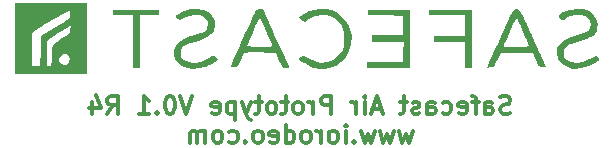
<source format=gbo>
G04 (created by PCBNEW (2013-jul-07)-stable) date Sun 08 May 2016 08:08:29 PM PDT*
%MOIN*%
G04 Gerber Fmt 3.4, Leading zero omitted, Abs format*
%FSLAX34Y34*%
G01*
G70*
G90*
G04 APERTURE LIST*
%ADD10C,0.00590551*%
%ADD11C,0.012*%
%ADD12C,0.0001*%
G04 APERTURE END LIST*
G54D10*
G54D11*
X43716Y-22127D02*
X43630Y-22156D01*
X43487Y-22156D01*
X43430Y-22127D01*
X43402Y-22099D01*
X43373Y-22041D01*
X43373Y-21984D01*
X43402Y-21927D01*
X43430Y-21899D01*
X43487Y-21870D01*
X43602Y-21841D01*
X43659Y-21813D01*
X43687Y-21784D01*
X43716Y-21727D01*
X43716Y-21670D01*
X43687Y-21613D01*
X43659Y-21584D01*
X43602Y-21556D01*
X43459Y-21556D01*
X43373Y-21584D01*
X42859Y-22156D02*
X42859Y-21841D01*
X42887Y-21784D01*
X42945Y-21756D01*
X43059Y-21756D01*
X43116Y-21784D01*
X42859Y-22127D02*
X42916Y-22156D01*
X43059Y-22156D01*
X43116Y-22127D01*
X43145Y-22070D01*
X43145Y-22013D01*
X43116Y-21956D01*
X43059Y-21927D01*
X42916Y-21927D01*
X42859Y-21899D01*
X42659Y-21756D02*
X42430Y-21756D01*
X42573Y-22156D02*
X42573Y-21641D01*
X42545Y-21584D01*
X42487Y-21556D01*
X42430Y-21556D01*
X42002Y-22127D02*
X42059Y-22156D01*
X42173Y-22156D01*
X42230Y-22127D01*
X42259Y-22070D01*
X42259Y-21841D01*
X42230Y-21784D01*
X42173Y-21756D01*
X42059Y-21756D01*
X42002Y-21784D01*
X41973Y-21841D01*
X41973Y-21899D01*
X42259Y-21956D01*
X41459Y-22127D02*
X41516Y-22156D01*
X41630Y-22156D01*
X41687Y-22127D01*
X41716Y-22099D01*
X41745Y-22041D01*
X41745Y-21870D01*
X41716Y-21813D01*
X41687Y-21784D01*
X41630Y-21756D01*
X41516Y-21756D01*
X41459Y-21784D01*
X40945Y-22156D02*
X40945Y-21841D01*
X40973Y-21784D01*
X41030Y-21756D01*
X41145Y-21756D01*
X41202Y-21784D01*
X40945Y-22127D02*
X41002Y-22156D01*
X41145Y-22156D01*
X41202Y-22127D01*
X41230Y-22070D01*
X41230Y-22013D01*
X41202Y-21956D01*
X41145Y-21927D01*
X41002Y-21927D01*
X40945Y-21899D01*
X40687Y-22127D02*
X40630Y-22156D01*
X40516Y-22156D01*
X40459Y-22127D01*
X40430Y-22070D01*
X40430Y-22041D01*
X40459Y-21984D01*
X40516Y-21956D01*
X40602Y-21956D01*
X40659Y-21927D01*
X40687Y-21870D01*
X40687Y-21841D01*
X40659Y-21784D01*
X40602Y-21756D01*
X40516Y-21756D01*
X40459Y-21784D01*
X40259Y-21756D02*
X40030Y-21756D01*
X40173Y-21556D02*
X40173Y-22070D01*
X40145Y-22127D01*
X40087Y-22156D01*
X40030Y-22156D01*
X39402Y-21984D02*
X39116Y-21984D01*
X39459Y-22156D02*
X39259Y-21556D01*
X39059Y-22156D01*
X38859Y-22156D02*
X38859Y-21756D01*
X38859Y-21556D02*
X38887Y-21584D01*
X38859Y-21613D01*
X38830Y-21584D01*
X38859Y-21556D01*
X38859Y-21613D01*
X38573Y-22156D02*
X38573Y-21756D01*
X38573Y-21870D02*
X38545Y-21813D01*
X38516Y-21784D01*
X38459Y-21756D01*
X38402Y-21756D01*
X37745Y-22156D02*
X37745Y-21556D01*
X37516Y-21556D01*
X37459Y-21584D01*
X37430Y-21613D01*
X37402Y-21670D01*
X37402Y-21756D01*
X37430Y-21813D01*
X37459Y-21841D01*
X37516Y-21870D01*
X37745Y-21870D01*
X37145Y-22156D02*
X37145Y-21756D01*
X37145Y-21870D02*
X37116Y-21813D01*
X37087Y-21784D01*
X37030Y-21756D01*
X36973Y-21756D01*
X36687Y-22156D02*
X36745Y-22127D01*
X36773Y-22099D01*
X36802Y-22041D01*
X36802Y-21870D01*
X36773Y-21813D01*
X36745Y-21784D01*
X36687Y-21756D01*
X36602Y-21756D01*
X36545Y-21784D01*
X36516Y-21813D01*
X36487Y-21870D01*
X36487Y-22041D01*
X36516Y-22099D01*
X36545Y-22127D01*
X36602Y-22156D01*
X36687Y-22156D01*
X36316Y-21756D02*
X36087Y-21756D01*
X36230Y-21556D02*
X36230Y-22070D01*
X36202Y-22127D01*
X36145Y-22156D01*
X36087Y-22156D01*
X35802Y-22156D02*
X35859Y-22127D01*
X35887Y-22099D01*
X35916Y-22041D01*
X35916Y-21870D01*
X35887Y-21813D01*
X35859Y-21784D01*
X35802Y-21756D01*
X35716Y-21756D01*
X35659Y-21784D01*
X35630Y-21813D01*
X35602Y-21870D01*
X35602Y-22041D01*
X35630Y-22099D01*
X35659Y-22127D01*
X35716Y-22156D01*
X35802Y-22156D01*
X35430Y-21756D02*
X35202Y-21756D01*
X35345Y-21556D02*
X35345Y-22070D01*
X35316Y-22127D01*
X35259Y-22156D01*
X35202Y-22156D01*
X35059Y-21756D02*
X34916Y-22156D01*
X34773Y-21756D02*
X34916Y-22156D01*
X34973Y-22299D01*
X35002Y-22327D01*
X35059Y-22356D01*
X34545Y-21756D02*
X34545Y-22356D01*
X34545Y-21784D02*
X34487Y-21756D01*
X34373Y-21756D01*
X34316Y-21784D01*
X34287Y-21813D01*
X34259Y-21870D01*
X34259Y-22041D01*
X34287Y-22099D01*
X34316Y-22127D01*
X34373Y-22156D01*
X34487Y-22156D01*
X34545Y-22127D01*
X33773Y-22127D02*
X33830Y-22156D01*
X33945Y-22156D01*
X34002Y-22127D01*
X34030Y-22070D01*
X34030Y-21841D01*
X34002Y-21784D01*
X33945Y-21756D01*
X33830Y-21756D01*
X33773Y-21784D01*
X33745Y-21841D01*
X33745Y-21899D01*
X34030Y-21956D01*
X33116Y-21556D02*
X32916Y-22156D01*
X32716Y-21556D01*
X32402Y-21556D02*
X32345Y-21556D01*
X32287Y-21584D01*
X32259Y-21613D01*
X32230Y-21670D01*
X32202Y-21784D01*
X32202Y-21927D01*
X32230Y-22041D01*
X32259Y-22099D01*
X32287Y-22127D01*
X32345Y-22156D01*
X32402Y-22156D01*
X32459Y-22127D01*
X32487Y-22099D01*
X32516Y-22041D01*
X32545Y-21927D01*
X32545Y-21784D01*
X32516Y-21670D01*
X32487Y-21613D01*
X32459Y-21584D01*
X32402Y-21556D01*
X31945Y-22099D02*
X31916Y-22127D01*
X31945Y-22156D01*
X31973Y-22127D01*
X31945Y-22099D01*
X31945Y-22156D01*
X31345Y-22156D02*
X31687Y-22156D01*
X31516Y-22156D02*
X31516Y-21556D01*
X31573Y-21641D01*
X31630Y-21699D01*
X31687Y-21727D01*
X30287Y-22156D02*
X30487Y-21870D01*
X30630Y-22156D02*
X30630Y-21556D01*
X30402Y-21556D01*
X30345Y-21584D01*
X30316Y-21613D01*
X30287Y-21670D01*
X30287Y-21756D01*
X30316Y-21813D01*
X30345Y-21841D01*
X30402Y-21870D01*
X30630Y-21870D01*
X29773Y-21756D02*
X29773Y-22156D01*
X29916Y-21527D02*
X30059Y-21956D01*
X29687Y-21956D01*
X40459Y-22716D02*
X40345Y-23116D01*
X40230Y-22830D01*
X40116Y-23116D01*
X40002Y-22716D01*
X39830Y-22716D02*
X39716Y-23116D01*
X39602Y-22830D01*
X39487Y-23116D01*
X39373Y-22716D01*
X39202Y-22716D02*
X39087Y-23116D01*
X38973Y-22830D01*
X38859Y-23116D01*
X38745Y-22716D01*
X38516Y-23059D02*
X38487Y-23087D01*
X38516Y-23116D01*
X38545Y-23087D01*
X38516Y-23059D01*
X38516Y-23116D01*
X38230Y-23116D02*
X38230Y-22716D01*
X38230Y-22516D02*
X38259Y-22544D01*
X38230Y-22573D01*
X38202Y-22544D01*
X38230Y-22516D01*
X38230Y-22573D01*
X37859Y-23116D02*
X37916Y-23087D01*
X37945Y-23059D01*
X37973Y-23001D01*
X37973Y-22830D01*
X37945Y-22773D01*
X37916Y-22744D01*
X37859Y-22716D01*
X37773Y-22716D01*
X37716Y-22744D01*
X37687Y-22773D01*
X37659Y-22830D01*
X37659Y-23001D01*
X37687Y-23059D01*
X37716Y-23087D01*
X37773Y-23116D01*
X37859Y-23116D01*
X37402Y-23116D02*
X37402Y-22716D01*
X37402Y-22830D02*
X37373Y-22773D01*
X37345Y-22744D01*
X37287Y-22716D01*
X37230Y-22716D01*
X36945Y-23116D02*
X37002Y-23087D01*
X37030Y-23059D01*
X37059Y-23001D01*
X37059Y-22830D01*
X37030Y-22773D01*
X37002Y-22744D01*
X36945Y-22716D01*
X36859Y-22716D01*
X36802Y-22744D01*
X36773Y-22773D01*
X36745Y-22830D01*
X36745Y-23001D01*
X36773Y-23059D01*
X36802Y-23087D01*
X36859Y-23116D01*
X36945Y-23116D01*
X36230Y-23116D02*
X36230Y-22516D01*
X36230Y-23087D02*
X36287Y-23116D01*
X36402Y-23116D01*
X36459Y-23087D01*
X36487Y-23059D01*
X36516Y-23001D01*
X36516Y-22830D01*
X36487Y-22773D01*
X36459Y-22744D01*
X36402Y-22716D01*
X36287Y-22716D01*
X36230Y-22744D01*
X35716Y-23087D02*
X35773Y-23116D01*
X35887Y-23116D01*
X35945Y-23087D01*
X35973Y-23030D01*
X35973Y-22801D01*
X35945Y-22744D01*
X35887Y-22716D01*
X35773Y-22716D01*
X35716Y-22744D01*
X35687Y-22801D01*
X35687Y-22859D01*
X35973Y-22916D01*
X35345Y-23116D02*
X35402Y-23087D01*
X35430Y-23059D01*
X35459Y-23001D01*
X35459Y-22830D01*
X35430Y-22773D01*
X35402Y-22744D01*
X35345Y-22716D01*
X35259Y-22716D01*
X35202Y-22744D01*
X35173Y-22773D01*
X35145Y-22830D01*
X35145Y-23001D01*
X35173Y-23059D01*
X35202Y-23087D01*
X35259Y-23116D01*
X35345Y-23116D01*
X34887Y-23059D02*
X34859Y-23087D01*
X34887Y-23116D01*
X34916Y-23087D01*
X34887Y-23059D01*
X34887Y-23116D01*
X34345Y-23087D02*
X34402Y-23116D01*
X34516Y-23116D01*
X34573Y-23087D01*
X34602Y-23059D01*
X34630Y-23001D01*
X34630Y-22830D01*
X34602Y-22773D01*
X34573Y-22744D01*
X34516Y-22716D01*
X34402Y-22716D01*
X34345Y-22744D01*
X34002Y-23116D02*
X34059Y-23087D01*
X34087Y-23059D01*
X34116Y-23001D01*
X34116Y-22830D01*
X34087Y-22773D01*
X34059Y-22744D01*
X34002Y-22716D01*
X33916Y-22716D01*
X33859Y-22744D01*
X33830Y-22773D01*
X33802Y-22830D01*
X33802Y-23001D01*
X33830Y-23059D01*
X33859Y-23087D01*
X33916Y-23116D01*
X34002Y-23116D01*
X33545Y-23116D02*
X33545Y-22716D01*
X33545Y-22773D02*
X33516Y-22744D01*
X33459Y-22716D01*
X33373Y-22716D01*
X33316Y-22744D01*
X33287Y-22801D01*
X33287Y-23116D01*
X33287Y-22801D02*
X33259Y-22744D01*
X33202Y-22716D01*
X33116Y-22716D01*
X33059Y-22744D01*
X33030Y-22801D01*
X33030Y-23116D01*
G54D12*
G36*
X29593Y-20835D02*
X29063Y-20835D01*
X29063Y-19237D01*
X29054Y-19241D01*
X29054Y-18754D01*
X29045Y-18705D01*
X29040Y-18701D01*
X29004Y-18717D01*
X28922Y-18760D01*
X28804Y-18823D01*
X28664Y-18902D01*
X28630Y-18921D01*
X28424Y-19038D01*
X28266Y-19129D01*
X28148Y-19198D01*
X28059Y-19253D01*
X27990Y-19298D01*
X27932Y-19340D01*
X27889Y-19372D01*
X27776Y-19460D01*
X27764Y-19965D01*
X27762Y-20145D01*
X27762Y-20304D01*
X27764Y-20428D01*
X27769Y-20505D01*
X27772Y-20521D01*
X27813Y-20556D01*
X27903Y-20563D01*
X27917Y-20562D01*
X28043Y-20551D01*
X28059Y-20053D01*
X28076Y-19554D01*
X28343Y-19389D01*
X28494Y-19297D01*
X28656Y-19200D01*
X28799Y-19116D01*
X28826Y-19100D01*
X28937Y-19035D01*
X29003Y-18985D01*
X29036Y-18938D01*
X29049Y-18877D01*
X29053Y-18839D01*
X29054Y-18754D01*
X29054Y-19241D01*
X28786Y-19390D01*
X28647Y-19468D01*
X28515Y-19547D01*
X28412Y-19612D01*
X28385Y-19630D01*
X28261Y-19718D01*
X28260Y-20143D01*
X28259Y-20568D01*
X28343Y-20568D01*
X28382Y-20566D01*
X28406Y-20550D01*
X28419Y-20509D01*
X28425Y-20430D01*
X28426Y-20299D01*
X28426Y-20260D01*
X28431Y-20101D01*
X28444Y-19971D01*
X28463Y-19885D01*
X28468Y-19873D01*
X28514Y-19821D01*
X28604Y-19750D01*
X28720Y-19672D01*
X28776Y-19638D01*
X28902Y-19563D01*
X28981Y-19508D01*
X29025Y-19462D01*
X29045Y-19414D01*
X29053Y-19359D01*
X29063Y-19237D01*
X29063Y-20835D01*
X29030Y-20835D01*
X29030Y-20335D01*
X28998Y-20245D01*
X28933Y-20176D01*
X28894Y-20159D01*
X28815Y-20167D01*
X28733Y-20216D01*
X28674Y-20286D01*
X28659Y-20337D01*
X28687Y-20424D01*
X28755Y-20492D01*
X28843Y-20528D01*
X28929Y-20518D01*
X28945Y-20509D01*
X28990Y-20461D01*
X29017Y-20419D01*
X29030Y-20335D01*
X29030Y-20835D01*
X28393Y-20835D01*
X27193Y-20835D01*
X27193Y-19651D01*
X27193Y-18468D01*
X28393Y-18468D01*
X29593Y-18468D01*
X29593Y-19651D01*
X29593Y-20835D01*
X29593Y-20835D01*
X29593Y-20835D01*
G37*
G36*
X33959Y-20336D02*
X33932Y-20370D01*
X33862Y-20421D01*
X33765Y-20481D01*
X33661Y-20538D01*
X33565Y-20582D01*
X33526Y-20596D01*
X33332Y-20638D01*
X33140Y-20650D01*
X32983Y-20633D01*
X32781Y-20561D01*
X32635Y-20457D01*
X32543Y-20318D01*
X32508Y-20188D01*
X32506Y-20023D01*
X32556Y-19882D01*
X32661Y-19762D01*
X32824Y-19659D01*
X33049Y-19570D01*
X33109Y-19551D01*
X33287Y-19497D01*
X33413Y-19453D01*
X33498Y-19415D01*
X33555Y-19376D01*
X33597Y-19330D01*
X33613Y-19307D01*
X33653Y-19196D01*
X33636Y-19086D01*
X33571Y-18987D01*
X33469Y-18908D01*
X33338Y-18859D01*
X33187Y-18848D01*
X33159Y-18851D01*
X33038Y-18879D01*
X32903Y-18928D01*
X32846Y-18954D01*
X32750Y-19000D01*
X32693Y-19016D01*
X32653Y-19006D01*
X32621Y-18980D01*
X32574Y-18926D01*
X32559Y-18894D01*
X32587Y-18867D01*
X32661Y-18821D01*
X32766Y-18768D01*
X32782Y-18760D01*
X33028Y-18675D01*
X33265Y-18654D01*
X33490Y-18696D01*
X33559Y-18724D01*
X33696Y-18799D01*
X33784Y-18886D01*
X33839Y-19004D01*
X33857Y-19076D01*
X33873Y-19240D01*
X33840Y-19380D01*
X33753Y-19500D01*
X33609Y-19603D01*
X33405Y-19694D01*
X33208Y-19756D01*
X33027Y-19809D01*
X32900Y-19858D01*
X32818Y-19909D01*
X32769Y-19971D01*
X32743Y-20051D01*
X32735Y-20106D01*
X32729Y-20204D01*
X32746Y-20265D01*
X32797Y-20318D01*
X32831Y-20345D01*
X32998Y-20432D01*
X33187Y-20458D01*
X33393Y-20422D01*
X33614Y-20325D01*
X33664Y-20295D01*
X33758Y-20239D01*
X33815Y-20216D01*
X33854Y-20221D01*
X33894Y-20252D01*
X33894Y-20253D01*
X33943Y-20305D01*
X33959Y-20336D01*
X33959Y-20336D01*
X33959Y-20336D01*
G37*
G36*
X38424Y-19574D02*
X38415Y-19825D01*
X38353Y-20055D01*
X38242Y-20259D01*
X38088Y-20429D01*
X37895Y-20556D01*
X37668Y-20635D01*
X37518Y-20655D01*
X37347Y-20653D01*
X37194Y-20629D01*
X37162Y-20620D01*
X37087Y-20588D01*
X36987Y-20536D01*
X36878Y-20474D01*
X36777Y-20411D01*
X36699Y-20357D01*
X36661Y-20322D01*
X36659Y-20318D01*
X36684Y-20295D01*
X36743Y-20254D01*
X36744Y-20253D01*
X36797Y-20223D01*
X36841Y-20219D01*
X36900Y-20246D01*
X36980Y-20297D01*
X37192Y-20403D01*
X37408Y-20445D01*
X37618Y-20425D01*
X37815Y-20345D01*
X37990Y-20206D01*
X38081Y-20093D01*
X38131Y-20013D01*
X38161Y-19933D01*
X38178Y-19830D01*
X38187Y-19684D01*
X38183Y-19476D01*
X38146Y-19312D01*
X38070Y-19173D01*
X37948Y-19044D01*
X37941Y-19037D01*
X37828Y-18949D01*
X37720Y-18897D01*
X37594Y-18873D01*
X37449Y-18869D01*
X37210Y-18900D01*
X36992Y-18993D01*
X36907Y-19050D01*
X36855Y-19081D01*
X36813Y-19070D01*
X36762Y-19021D01*
X36686Y-18940D01*
X36828Y-18837D01*
X36993Y-18739D01*
X37173Y-18682D01*
X37386Y-18659D01*
X37482Y-18658D01*
X37632Y-18666D01*
X37747Y-18689D01*
X37857Y-18736D01*
X37894Y-18755D01*
X38080Y-18885D01*
X38236Y-19049D01*
X38346Y-19231D01*
X38376Y-19312D01*
X38424Y-19574D01*
X38424Y-19574D01*
X38424Y-19574D01*
G37*
G36*
X46684Y-20322D02*
X46675Y-20362D01*
X46646Y-20397D01*
X46547Y-20472D01*
X46402Y-20541D01*
X46231Y-20599D01*
X46054Y-20639D01*
X45891Y-20656D01*
X45776Y-20647D01*
X45568Y-20575D01*
X45411Y-20464D01*
X45308Y-20318D01*
X45262Y-20139D01*
X45259Y-20083D01*
X45264Y-19986D01*
X45288Y-19916D01*
X45342Y-19846D01*
X45401Y-19787D01*
X45493Y-19710D01*
X45598Y-19648D01*
X45735Y-19592D01*
X45843Y-19557D01*
X46028Y-19498D01*
X46160Y-19453D01*
X46250Y-19417D01*
X46308Y-19384D01*
X46345Y-19349D01*
X46372Y-19308D01*
X46379Y-19294D01*
X46413Y-19168D01*
X46384Y-19050D01*
X46296Y-18949D01*
X46205Y-18896D01*
X46108Y-18859D01*
X46022Y-18847D01*
X45915Y-18858D01*
X45870Y-18866D01*
X45741Y-18899D01*
X45618Y-18943D01*
X45565Y-18970D01*
X45489Y-19012D01*
X45445Y-19020D01*
X45406Y-18996D01*
X45383Y-18973D01*
X45341Y-18915D01*
X45351Y-18864D01*
X45416Y-18810D01*
X45486Y-18771D01*
X45701Y-18691D01*
X45927Y-18656D01*
X46125Y-18668D01*
X46265Y-18700D01*
X46364Y-18741D01*
X46447Y-18806D01*
X46521Y-18884D01*
X46585Y-18968D01*
X46616Y-19048D01*
X46626Y-19157D01*
X46626Y-19185D01*
X46619Y-19303D01*
X46593Y-19387D01*
X46537Y-19466D01*
X46527Y-19478D01*
X46460Y-19545D01*
X46378Y-19602D01*
X46270Y-19655D01*
X46124Y-19709D01*
X45927Y-19771D01*
X45886Y-19783D01*
X45715Y-19840D01*
X45600Y-19898D01*
X45532Y-19964D01*
X45499Y-20050D01*
X45493Y-20141D01*
X45520Y-20268D01*
X45604Y-20364D01*
X45746Y-20430D01*
X45773Y-20438D01*
X45946Y-20459D01*
X46130Y-20428D01*
X46335Y-20343D01*
X46381Y-20319D01*
X46489Y-20261D01*
X46555Y-20232D01*
X46596Y-20230D01*
X46627Y-20251D01*
X46645Y-20270D01*
X46684Y-20322D01*
X46684Y-20322D01*
X46684Y-20322D01*
G37*
G36*
X31993Y-18785D02*
X31990Y-18823D01*
X31975Y-18847D01*
X31935Y-18861D01*
X31857Y-18867D01*
X31729Y-18868D01*
X31676Y-18868D01*
X31359Y-18868D01*
X31359Y-19751D01*
X31359Y-20635D01*
X31243Y-20635D01*
X31126Y-20635D01*
X31126Y-19751D01*
X31126Y-18868D01*
X30793Y-18868D01*
X30641Y-18867D01*
X30544Y-18864D01*
X30490Y-18854D01*
X30466Y-18835D01*
X30459Y-18804D01*
X30459Y-18785D01*
X30459Y-18701D01*
X31226Y-18701D01*
X31993Y-18701D01*
X31993Y-18785D01*
X31993Y-18785D01*
X31993Y-18785D01*
G37*
G36*
X36348Y-20610D02*
X36329Y-20626D01*
X36263Y-20634D01*
X36244Y-20635D01*
X36183Y-20632D01*
X36140Y-20614D01*
X36102Y-20571D01*
X36058Y-20488D01*
X36012Y-20388D01*
X35899Y-20141D01*
X35762Y-20130D01*
X35762Y-19882D01*
X35755Y-19839D01*
X35726Y-19760D01*
X35676Y-19640D01*
X35575Y-19403D01*
X35496Y-19223D01*
X35437Y-19094D01*
X35395Y-19013D01*
X35369Y-18973D01*
X35359Y-18968D01*
X35333Y-18996D01*
X35293Y-19067D01*
X35265Y-19126D01*
X35220Y-19229D01*
X35158Y-19369D01*
X35091Y-19522D01*
X35063Y-19585D01*
X34931Y-19885D01*
X35037Y-19905D01*
X35135Y-19918D01*
X35270Y-19926D01*
X35417Y-19929D01*
X35557Y-19928D01*
X35667Y-19922D01*
X35713Y-19915D01*
X35747Y-19903D01*
X35762Y-19882D01*
X35762Y-20130D01*
X35621Y-20119D01*
X35447Y-20109D01*
X35258Y-20105D01*
X35094Y-20107D01*
X35093Y-20107D01*
X34843Y-20118D01*
X34728Y-20360D01*
X34669Y-20480D01*
X34625Y-20552D01*
X34586Y-20588D01*
X34539Y-20600D01*
X34503Y-20601D01*
X34428Y-20596D01*
X34393Y-20585D01*
X34393Y-20583D01*
X34396Y-20571D01*
X34407Y-20541D01*
X34429Y-20489D01*
X34464Y-20409D01*
X34515Y-20296D01*
X34583Y-20145D01*
X34671Y-19950D01*
X34782Y-19706D01*
X34917Y-19407D01*
X34943Y-19351D01*
X35023Y-19172D01*
X35095Y-19010D01*
X35154Y-18876D01*
X35193Y-18782D01*
X35208Y-18743D01*
X35255Y-18686D01*
X35334Y-18662D01*
X35422Y-18669D01*
X35491Y-18707D01*
X35512Y-18743D01*
X35530Y-18787D01*
X35571Y-18883D01*
X35631Y-19021D01*
X35706Y-19191D01*
X35792Y-19383D01*
X35884Y-19589D01*
X35978Y-19799D01*
X36070Y-20003D01*
X36155Y-20192D01*
X36230Y-20357D01*
X36290Y-20488D01*
X36331Y-20576D01*
X36348Y-20610D01*
X36348Y-20610D01*
X36348Y-20610D01*
G37*
G36*
X40359Y-20635D02*
X39643Y-20635D01*
X38926Y-20635D01*
X38926Y-20535D01*
X38926Y-20436D01*
X39534Y-20427D01*
X40143Y-20418D01*
X40152Y-20093D01*
X40162Y-19768D01*
X39627Y-19768D01*
X39093Y-19768D01*
X39093Y-19652D01*
X39093Y-19536D01*
X39618Y-19527D01*
X40143Y-19518D01*
X40143Y-19201D01*
X40143Y-18885D01*
X39551Y-18875D01*
X38959Y-18866D01*
X38959Y-18784D01*
X38959Y-18701D01*
X39659Y-18701D01*
X40359Y-18701D01*
X40359Y-19668D01*
X40359Y-20635D01*
X40359Y-20635D01*
X40359Y-20635D01*
G37*
G36*
X42426Y-20635D02*
X42309Y-20635D01*
X42193Y-20635D01*
X42193Y-20201D01*
X42193Y-19768D01*
X41676Y-19768D01*
X41159Y-19768D01*
X41159Y-19668D01*
X41159Y-19568D01*
X41676Y-19568D01*
X42193Y-19568D01*
X42193Y-19218D01*
X42193Y-18868D01*
X41593Y-18868D01*
X40993Y-18868D01*
X40993Y-18785D01*
X40993Y-18701D01*
X41709Y-18701D01*
X42426Y-18701D01*
X42426Y-19668D01*
X42426Y-20635D01*
X42426Y-20635D01*
X42426Y-20635D01*
G37*
G36*
X44893Y-20586D02*
X44863Y-20596D01*
X44792Y-20600D01*
X44784Y-20600D01*
X44728Y-20596D01*
X44687Y-20576D01*
X44651Y-20526D01*
X44608Y-20434D01*
X44576Y-20359D01*
X44476Y-20118D01*
X44354Y-20118D01*
X44354Y-19892D01*
X44270Y-19705D01*
X44216Y-19583D01*
X44149Y-19429D01*
X44082Y-19272D01*
X44069Y-19243D01*
X44015Y-19121D01*
X43968Y-19027D01*
X43935Y-18974D01*
X43927Y-18968D01*
X43902Y-18996D01*
X43860Y-19070D01*
X43811Y-19174D01*
X43810Y-19176D01*
X43743Y-19325D01*
X43670Y-19488D01*
X43627Y-19585D01*
X43558Y-19736D01*
X43518Y-19836D01*
X43511Y-19895D01*
X43540Y-19924D01*
X43609Y-19934D01*
X43721Y-19934D01*
X43749Y-19934D01*
X43903Y-19931D01*
X44059Y-19924D01*
X44182Y-19913D01*
X44354Y-19892D01*
X44354Y-20118D01*
X43942Y-20118D01*
X43409Y-20118D01*
X43303Y-20335D01*
X43249Y-20443D01*
X43208Y-20527D01*
X43187Y-20570D01*
X43186Y-20571D01*
X43150Y-20589D01*
X43073Y-20607D01*
X43053Y-20610D01*
X42930Y-20630D01*
X43040Y-20374D01*
X43108Y-20220D01*
X43182Y-20058D01*
X43248Y-19923D01*
X43250Y-19918D01*
X43301Y-19812D01*
X43370Y-19663D01*
X43448Y-19489D01*
X43527Y-19307D01*
X43544Y-19268D01*
X43634Y-19062D01*
X43702Y-18909D01*
X43756Y-18802D01*
X43799Y-18732D01*
X43837Y-18692D01*
X43876Y-18673D01*
X43919Y-18668D01*
X43932Y-18668D01*
X43972Y-18671D01*
X44006Y-18687D01*
X44041Y-18724D01*
X44083Y-18792D01*
X44139Y-18899D01*
X44215Y-19056D01*
X44240Y-19109D01*
X44317Y-19273D01*
X44384Y-19419D01*
X44437Y-19537D01*
X44468Y-19613D01*
X44474Y-19627D01*
X44496Y-19684D01*
X44540Y-19788D01*
X44600Y-19927D01*
X44671Y-20085D01*
X44695Y-20137D01*
X44765Y-20293D01*
X44825Y-20426D01*
X44868Y-20526D01*
X44891Y-20580D01*
X44893Y-20586D01*
X44893Y-20586D01*
X44893Y-20586D01*
G37*
M02*

</source>
